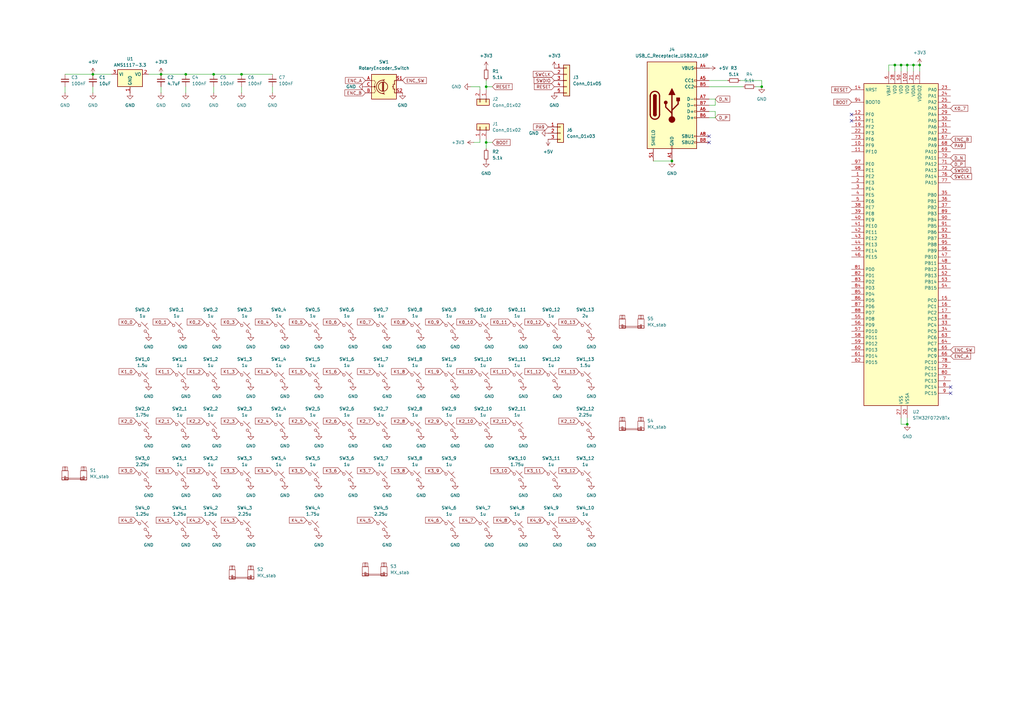
<source format=kicad_sch>
(kicad_sch (version 20231120) (generator "eeschema") (generator_version "8.0")
  (paper "A3")
  (junction (at 369.57 26.67))
  (junction (at 275.59 66.04))
  (junction (at 76.2 30.48))
  (junction (at 38.1 30.48))
  (junction (at 66.04 30.48))
  (junction (at 312.42 35.56))
  (junction (at 374.65 26.67))
  (junction (at 367.03 26.67))
  (junction (at 99.06 30.48))
  (junction (at 372.11 26.67))
  (junction (at 377.19 26.67))
  (junction (at 199.39 35.56))
  (junction (at 87.63 30.48))
  (junction (at 199.39 58.42))
  (junction (at 372.11 173.99))
  (no_connect (at 290.83 55.88))
  (no_connect (at 349.25 46.99))
  (no_connect (at 389.89 161.29))
  (no_connect (at 349.25 49.53))
  (no_connect (at 290.83 58.42))
  (no_connect (at 389.89 158.75))
  (wire (pts (xy 76.2 38.1) (xy 76.2 35.56)))
  (wire (pts (xy 196.85 58.42) (xy 194.31 58.42)))
  (wire (pts (xy 312.42 33.02) (xy 312.42 35.56)))
  (wire (pts (xy 76.2 30.48) (xy 87.63 30.48)))
  (wire (pts (xy 199.39 58.42) (xy 201.93 58.42)))
  (wire (pts (xy 290.83 45.72) (xy 293.37 45.72)))
  (wire (pts (xy 290.83 33.02) (xy 298.45 33.02)))
  (wire (pts (xy 369.57 26.67) (xy 372.11 26.67)))
  (wire (pts (xy 66.04 38.1) (xy 66.04 35.56)))
  (wire (pts (xy 369.57 29.21) (xy 369.57 26.67)))
  (wire (pts (xy 38.1 30.48) (xy 45.72 30.48)))
  (wire (pts (xy 196.85 36.83) (xy 196.85 35.56)))
  (wire (pts (xy 372.11 26.67) (xy 374.65 26.67)))
  (wire (pts (xy 377.19 26.67) (xy 377.19 29.21)))
  (wire (pts (xy 293.37 45.72) (xy 293.37 48.26)))
  (wire (pts (xy 111.76 38.1) (xy 111.76 35.56)))
  (wire (pts (xy 267.97 66.04) (xy 275.59 66.04)))
  (wire (pts (xy 374.65 29.21) (xy 374.65 26.67)))
  (wire (pts (xy 293.37 43.18) (xy 293.37 40.64)))
  (wire (pts (xy 369.57 173.99) (xy 372.11 173.99)))
  (wire (pts (xy 26.67 30.48) (xy 38.1 30.48)))
  (wire (pts (xy 303.53 33.02) (xy 312.42 33.02)))
  (wire (pts (xy 367.03 26.67) (xy 369.57 26.67)))
  (wire (pts (xy 87.63 30.48) (xy 99.06 30.48)))
  (wire (pts (xy 199.39 33.02) (xy 199.39 35.56)))
  (wire (pts (xy 196.85 57.15) (xy 196.85 58.42)))
  (wire (pts (xy 199.39 35.56) (xy 199.39 36.83)))
  (wire (pts (xy 309.88 35.56) (xy 312.42 35.56)))
  (wire (pts (xy 66.04 30.48) (xy 76.2 30.48)))
  (wire (pts (xy 369.57 171.45) (xy 369.57 173.99)))
  (wire (pts (xy 199.39 58.42) (xy 199.39 60.96)))
  (wire (pts (xy 99.06 38.1) (xy 99.06 35.56)))
  (wire (pts (xy 372.11 29.21) (xy 372.11 26.67)))
  (wire (pts (xy 87.63 38.1) (xy 87.63 35.56)))
  (wire (pts (xy 38.1 38.1) (xy 38.1 35.56)))
  (wire (pts (xy 290.83 48.26) (xy 293.37 48.26)))
  (wire (pts (xy 99.06 30.48) (xy 111.76 30.48)))
  (wire (pts (xy 60.96 30.48) (xy 66.04 30.48)))
  (wire (pts (xy 372.11 171.45) (xy 372.11 173.99)))
  (wire (pts (xy 367.03 29.21) (xy 367.03 26.67)))
  (wire (pts (xy 199.39 57.15) (xy 199.39 58.42)))
  (wire (pts (xy 26.67 38.1) (xy 26.67 35.56)))
  (wire (pts (xy 290.83 35.56) (xy 304.8 35.56)))
  (wire (pts (xy 364.49 26.67) (xy 367.03 26.67)))
  (wire (pts (xy 199.39 35.56) (xy 201.93 35.56)))
  (wire (pts (xy 374.65 26.67) (xy 377.19 26.67)))
  (wire (pts (xy 196.85 35.56) (xy 193.04 35.56)))
  (wire (pts (xy 290.83 40.64) (xy 293.37 40.64)))
  (wire (pts (xy 290.83 43.18) (xy 293.37 43.18)))
  (wire (pts (xy 364.49 29.21) (xy 364.49 26.67)))
  (global_label "BOOT" (shape input) (at 201.93 58.42 0) (property "Intersheetrefs" "${INTERSHEET_REFS}" (effects (hide yes))))
  (global_label "PA9" (shape input) (at 389.89 59.69 0) (property "Intersheetrefs" "${INTERSHEET_REFS}" (effects (hide yes))))
  (global_label "BOOT" (shape input) (at 349.25 41.91 180) (property "Intersheetrefs" "${INTERSHEET_REFS}" (effects (hide yes))))
  (global_label "SWDIO" (shape input) (at 389.89 69.85 0) (property "Intersheetrefs" "${INTERSHEET_REFS}" (effects (hide yes))))
  (global_label "K0_8" (shape input) (at 167.64 132.08 180) (property "Intersheetrefs" "${INTERSHEET_REFS}" (effects (hide yes))))
  (global_label "K2_6" (shape input) (at 139.7 172.72 180) (property "Intersheetrefs" "${INTERSHEET_REFS}" (effects (hide yes))))
  (global_label "K1_13" (shape input) (at 237.49 152.4 180) (property "Intersheetrefs" "${INTERSHEET_REFS}" (effects (hide yes))))
  (global_label "ENC_B" (shape input) (at 149.86 38.1 180) (property "Intersheetrefs" "${INTERSHEET_REFS}" (effects (hide yes))))
  (global_label "SWDIO" (shape input) (at 227.33 33.02 180) (property "Intersheetrefs" "${INTERSHEET_REFS}" (effects (hide yes))))
  (global_label "ENC_B" (shape input) (at 389.89 57.15 0) (property "Intersheetrefs" "${INTERSHEET_REFS}" (effects (hide yes))))
  (global_label "K2_3" (shape input) (at 97.79 172.72 180) (property "Intersheetrefs" "${INTERSHEET_REFS}" (effects (hide yes))))
  (global_label "K2_12" (shape input) (at 237.49 172.72 180) (property "Intersheetrefs" "${INTERSHEET_REFS}" (effects (hide yes))))
  (global_label "RESET" (shape input) (at 227.33 35.56 180) (property "Intersheetrefs" "${INTERSHEET_REFS}" (effects (hide yes))))
  (global_label "K1_4" (shape input) (at 111.76 152.4 180) (property "Intersheetrefs" "${INTERSHEET_REFS}" (effects (hide yes))))
  (global_label "K4_6" (shape input) (at 181.61 213.36 180) (property "Intersheetrefs" "${INTERSHEET_REFS}" (effects (hide yes))))
  (global_label "K4_7" (shape input) (at 195.58 213.36 180) (property "Intersheetrefs" "${INTERSHEET_REFS}" (effects (hide yes))))
  (global_label "K1_11" (shape input) (at 209.55 152.4 180) (property "Intersheetrefs" "${INTERSHEET_REFS}" (effects (hide yes))))
  (global_label "K2_11" (shape input) (at 209.55 172.72 180) (property "Intersheetrefs" "${INTERSHEET_REFS}" (effects (hide yes))))
  (global_label "K0_13" (shape input) (at 237.49 132.08 180) (property "Intersheetrefs" "${INTERSHEET_REFS}" (effects (hide yes))))
  (global_label "K0_3" (shape input) (at 97.79 132.08 180) (property "Intersheetrefs" "${INTERSHEET_REFS}" (effects (hide yes))))
  (global_label "K2_7" (shape input) (at 153.67 172.72 180) (property "Intersheetrefs" "${INTERSHEET_REFS}" (effects (hide yes))))
  (global_label "K4_2" (shape input) (at 83.82 213.36 180) (property "Intersheetrefs" "${INTERSHEET_REFS}" (effects (hide yes))))
  (global_label "K1_7" (shape input) (at 153.67 152.4 180) (property "Intersheetrefs" "${INTERSHEET_REFS}" (effects (hide yes))))
  (global_label "K4_1" (shape input) (at 71.12 213.36 180) (property "Intersheetrefs" "${INTERSHEET_REFS}" (effects (hide yes))))
  (global_label "K0_4" (shape input) (at 111.76 132.08 180) (property "Intersheetrefs" "${INTERSHEET_REFS}" (effects (hide yes))))
  (global_label "K0_0" (shape input) (at 55.88 132.08 180) (property "Intersheetrefs" "${INTERSHEET_REFS}" (effects (hide yes))))
  (global_label "K3_8" (shape input) (at 167.64 193.04 180) (property "Intersheetrefs" "${INTERSHEET_REFS}" (effects (hide yes))))
  (global_label "K2_8" (shape input) (at 167.64 172.72 180) (property "Intersheetrefs" "${INTERSHEET_REFS}" (effects (hide yes))))
  (global_label "ENC_A" (shape input) (at 389.89 146.05 0) (property "Intersheetrefs" "${INTERSHEET_REFS}" (effects (hide yes))))
  (global_label "K3_5" (shape input) (at 125.73 193.04 180) (property "Intersheetrefs" "${INTERSHEET_REFS}" (effects (hide yes))))
  (global_label "K3_0" (shape input) (at 55.88 193.04 180) (property "Intersheetrefs" "${INTERSHEET_REFS}" (effects (hide yes))))
  (global_label "K1_0" (shape input) (at 55.88 152.4 180) (property "Intersheetrefs" "${INTERSHEET_REFS}" (effects (hide yes))))
  (global_label "ENC_SW" (shape input) (at 389.89 143.51 0) (property "Intersheetrefs" "${INTERSHEET_REFS}" (effects (hide yes))))
  (global_label "K3_9" (shape input) (at 181.61 193.04 180) (property "Intersheetrefs" "${INTERSHEET_REFS}" (effects (hide yes))))
  (global_label "K1_12" (shape input) (at 223.52 152.4 180) (property "Intersheetrefs" "${INTERSHEET_REFS}" (effects (hide yes))))
  (global_label "K3_12" (shape input) (at 237.49 193.04 180) (property "Intersheetrefs" "${INTERSHEET_REFS}" (effects (hide yes))))
  (global_label "K4_10" (shape input) (at 237.49 213.36 180) (property "Intersheetrefs" "${INTERSHEET_REFS}" (effects (hide yes))))
  (global_label "K0_12" (shape input) (at 223.52 132.08 180) (property "Intersheetrefs" "${INTERSHEET_REFS}" (effects (hide yes))))
  (global_label "D_N" (shape input) (at 293.37 40.64 0) (property "Intersheetrefs" "${INTERSHEET_REFS}" (effects (hide yes))))
  (global_label "K1_3" (shape input) (at 97.79 152.4 180) (property "Intersheetrefs" "${INTERSHEET_REFS}" (effects (hide yes))))
  (global_label "K3_10" (shape input) (at 209.55 193.04 180) (property "Intersheetrefs" "${INTERSHEET_REFS}" (effects (hide yes))))
  (global_label "K1_2" (shape input) (at 83.82 152.4 180) (property "Intersheetrefs" "${INTERSHEET_REFS}" (effects (hide yes))))
  (global_label "K4_0" (shape input) (at 55.88 213.36 180) (property "Intersheetrefs" "${INTERSHEET_REFS}" (effects (hide yes))))
  (global_label "D_P" (shape input) (at 293.37 48.26 0) (property "Intersheetrefs" "${INTERSHEET_REFS}" (effects (hide yes))))
  (global_label "D_N" (shape input) (at 389.89 64.77 0) (property "Intersheetrefs" "${INTERSHEET_REFS}" (effects (hide yes))))
  (global_label "K4_4" (shape input) (at 125.73 213.36 180) (property "Intersheetrefs" "${INTERSHEET_REFS}" (effects (hide yes))))
  (global_label "K2_10" (shape input) (at 195.58 172.72 180) (property "Intersheetrefs" "${INTERSHEET_REFS}" (effects (hide yes))))
  (global_label "K0_7" (shape input) (at 153.67 132.08 180) (property "Intersheetrefs" "${INTERSHEET_REFS}" (effects (hide yes))))
  (global_label "K2_1" (shape input) (at 71.12 172.72 180) (property "Intersheetrefs" "${INTERSHEET_REFS}" (effects (hide yes))))
  (global_label "K2_5" (shape input) (at 125.73 172.72 180) (property "Intersheetrefs" "${INTERSHEET_REFS}" (effects (hide yes))))
  (global_label "K3_2" (shape input) (at 83.82 193.04 180) (property "Intersheetrefs" "${INTERSHEET_REFS}" (effects (hide yes))))
  (global_label "K3_1" (shape input) (at 71.12 193.04 180) (property "Intersheetrefs" "${INTERSHEET_REFS}" (effects (hide yes))))
  (global_label "K1_1" (shape input) (at 71.12 152.4 180) (property "Intersheetrefs" "${INTERSHEET_REFS}" (effects (hide yes))))
  (global_label "RESET" (shape input) (at 349.25 36.83 180) (property "Intersheetrefs" "${INTERSHEET_REFS}" (effects (hide yes))))
  (global_label "K0_7" (shape input) (at 389.89 44.45 0) (property "Intersheetrefs" "${INTERSHEET_REFS}" (effects (hide yes))))
  (global_label "SWCLK" (shape input) (at 227.33 30.48 180) (property "Intersheetrefs" "${INTERSHEET_REFS}" (effects (hide yes))))
  (global_label "RESET" (shape input) (at 201.93 35.56 0) (property "Intersheetrefs" "${INTERSHEET_REFS}" (effects (hide yes))))
  (global_label "K3_7" (shape input) (at 153.67 193.04 180) (property "Intersheetrefs" "${INTERSHEET_REFS}" (effects (hide yes))))
  (global_label "K0_10" (shape input) (at 195.58 132.08 180) (property "Intersheetrefs" "${INTERSHEET_REFS}" (effects (hide yes))))
  (global_label "K1_6" (shape input) (at 139.7 152.4 180) (property "Intersheetrefs" "${INTERSHEET_REFS}" (effects (hide yes))))
  (global_label "K4_9" (shape input) (at 223.52 213.36 180) (property "Intersheetrefs" "${INTERSHEET_REFS}" (effects (hide yes))))
  (global_label "K3_11" (shape input) (at 223.52 193.04 180) (property "Intersheetrefs" "${INTERSHEET_REFS}" (effects (hide yes))))
  (global_label "K0_11" (shape input) (at 209.55 132.08 180) (property "Intersheetrefs" "${INTERSHEET_REFS}" (effects (hide yes))))
  (global_label "K2_0" (shape input) (at 55.88 172.72 180) (property "Intersheetrefs" "${INTERSHEET_REFS}" (effects (hide yes))))
  (global_label "ENC_A" (shape input) (at 149.86 33.02 180) (property "Intersheetrefs" "${INTERSHEET_REFS}" (effects (hide yes))))
  (global_label "K0_2" (shape input) (at 83.82 132.08 180) (property "Intersheetrefs" "${INTERSHEET_REFS}" (effects (hide yes))))
  (global_label "K4_8" (shape input) (at 209.55 213.36 180) (property "Intersheetrefs" "${INTERSHEET_REFS}" (effects (hide yes))))
  (global_label "K0_9" (shape input) (at 181.61 132.08 180) (property "Intersheetrefs" "${INTERSHEET_REFS}" (effects (hide yes))))
  (global_label "ENC_SW" (shape input) (at 165.1 33.02 0) (property "Intersheetrefs" "${INTERSHEET_REFS}" (effects (hide yes))))
  (global_label "K0_1" (shape input) (at 69.85 132.08 180) (property "Intersheetrefs" "${INTERSHEET_REFS}" (effects (hide yes))))
  (global_label "K2_2" (shape input) (at 83.82 172.72 180) (property "Intersheetrefs" "${INTERSHEET_REFS}" (effects (hide yes))))
  (global_label "K4_3" (shape input) (at 97.79 213.36 180) (property "Intersheetrefs" "${INTERSHEET_REFS}" (effects (hide yes))))
  (global_label "K3_6" (shape input) (at 139.7 193.04 180) (property "Intersheetrefs" "${INTERSHEET_REFS}" (effects (hide yes))))
  (global_label "K1_8" (shape input) (at 167.64 152.4 180) (property "Intersheetrefs" "${INTERSHEET_REFS}" (effects (hide yes))))
  (global_label "K2_9" (shape input) (at 181.61 172.72 180) (property "Intersheetrefs" "${INTERSHEET_REFS}" (effects (hide yes))))
  (global_label "K0_6" (shape input) (at 139.7 132.08 180) (property "Intersheetrefs" "${INTERSHEET_REFS}" (effects (hide yes))))
  (global_label "K3_4" (shape input) (at 111.76 193.04 180) (property "Intersheetrefs" "${INTERSHEET_REFS}" (effects (hide yes))))
  (global_label "K3_3" (shape input) (at 97.79 193.04 180) (property "Intersheetrefs" "${INTERSHEET_REFS}" (effects (hide yes))))
  (global_label "PA9" (shape input) (at 224.79 52.07 180) (property "Intersheetrefs" "${INTERSHEET_REFS}" (effects (hide yes))))
  (global_label "K4_5" (shape input) (at 153.67 213.36 180) (property "Intersheetrefs" "${INTERSHEET_REFS}" (effects (hide yes))))
  (global_label "D_P" (shape input) (at 389.89 67.31 0) (property "Intersheetrefs" "${INTERSHEET_REFS}" (effects (hide yes))))
  (global_label "K1_9" (shape input) (at 181.61 152.4 180) (property "Intersheetrefs" "${INTERSHEET_REFS}" (effects (hide yes))))
  (global_label "K0_5" (shape input) (at 125.73 132.08 180) (property "Intersheetrefs" "${INTERSHEET_REFS}" (effects (hide yes))))
  (global_label "SWCLK" (shape input) (at 389.89 72.39 0) (property "Intersheetrefs" "${INTERSHEET_REFS}" (effects (hide yes))))
  (global_label "K2_4" (shape input) (at 111.76 172.72 180) (property "Intersheetrefs" "${INTERSHEET_REFS}" (effects (hide yes))))
  (global_label "K1_10" (shape input) (at 195.58 152.4 180) (property "Intersheetrefs" "${INTERSHEET_REFS}" (effects (hide yes))))
  (global_label "K1_5" (shape input) (at 125.73 152.4 180) (property "Intersheetrefs" "${INTERSHEET_REFS}" (effects (hide yes))))
  (symbol (lib_id "PCM_marbastlib-mx:MX_SW_HS_CPG151101S11") (at 226.06 154.94 0) (unit 1)
    (property "Reference" "SW1_12" (at 226.06 147.32 0))
    (property "Value" "1u" (at 226.06 149.86 0))
    (property "Footprint" "PCM_marbastlib-mx:SW_MX_HS_CPG151101S11_1u" (effects (hide yes)))
    (property "Description" "Push button switch, normally open, two pins, 45° tilted, Kailh CPG151101S11 for Cherry MX style switches" (effects (hide yes)))
  )
  (symbol (lib_id "power:GND") (at 214.63 157.48 0) (unit 1)
    (property "Reference" "#PWR051" (effects (hide yes)))
    (property "Value" "GND" (at 214.63 162.56 0))
    (property "Description" "Power symbol creates a global label with name \"GND\" , ground" (effects (hide yes)))
  )
  (symbol (lib_id "PCM_marbastlib-mx:MX_SW_HS_CPG151101S11") (at 240.03 134.62 0) (unit 1)
    (property "Reference" "SW0_13" (at 240.03 127 0))
    (property "Value" "2u" (at 240.03 129.54 0))
    (property "Footprint" "PCM_marbastlib-mx:SW_MX_HS_CPG151101S11_1u" (effects (hide yes)))
    (property "Description" "Push button switch, normally open, two pins, 45° tilted, Kailh CPG151101S11 for Cherry MX style switches" (effects (hide yes)))
  )
  (symbol (lib_id "power:GND") (at 38.1 38.1 0) (unit 1)
    (property "Reference" "#PWR08" (effects (hide yes)))
    (property "Value" "GND" (at 38.1 43.18 0))
    (property "Description" "Power symbol creates a global label with name \"GND\" , ground" (effects (hide yes)))
  )
  (symbol (lib_id "power:GND") (at 372.11 173.99 0) (unit 1)
    (property "Reference" "#PWR025" (effects (hide yes)))
    (property "Value" "GND" (at 372.11 179.07 0))
    (property "Description" "Power symbol creates a global label with name \"GND\" , ground" (effects (hide yes)))
  )
  (symbol (lib_id "Device:C_Small") (at 38.1 33.02 0) (unit 1)
    (property "Reference" "C1" (at 40.64 31.7562 0) (effects (justify left)))
    (property "Value" "10uF" (at 40.64 34.2962 0) (effects (justify left)))
    (property "Footprint" "Capacitor_SMD:C_0603_1608Metric" (effects (hide yes)))
    (property "Description" "Unpolarized capacitor, small symbol" (effects (hide yes)))
  )
  (symbol (lib_id "PCM_marbastlib-mx:MX_SW_HS_CPG151101S11") (at 156.21 195.58 0) (unit 1)
    (property "Reference" "SW3_7" (at 156.21 187.96 0))
    (property "Value" "1u" (at 156.21 190.5 0))
    (property "Footprint" "PCM_marbastlib-mx:SW_MX_HS_CPG151101S11_1u" (effects (hide yes)))
    (property "Description" "Push button switch, normally open, two pins, 45° tilted, Kailh CPG151101S11 for Cherry MX style switches" (effects (hide yes)))
  )
  (symbol (lib_id "PCM_marbastlib-mx:MX_SW_HS_CPG151101S11") (at 100.33 175.26 0) (unit 1)
    (property "Reference" "SW2_3" (at 100.33 167.64 0))
    (property "Value" "1u" (at 100.33 170.18 0))
    (property "Footprint" "PCM_marbastlib-mx:SW_MX_HS_CPG151101S11_1u" (effects (hide yes)))
    (property "Description" "Push button switch, normally open, two pins, 45° tilted, Kailh CPG151101S11 for Cherry MX style switches" (effects (hide yes)))
  )
  (symbol (lib_id "power:GND") (at 88.9 137.16 0) (unit 1)
    (property "Reference" "#PWR028" (effects (hide yes)))
    (property "Value" "GND" (at 88.9 142.24 0))
    (property "Description" "Power symbol creates a global label with name \"GND\" , ground" (effects (hide yes)))
  )
  (symbol (lib_id "power:GND") (at 172.72 157.48 0) (unit 1)
    (property "Reference" "#PWR048" (effects (hide yes)))
    (property "Value" "GND" (at 172.72 162.56 0))
    (property "Description" "Power symbol creates a global label with name \"GND\" , ground" (effects (hide yes)))
  )
  (symbol (lib_id "Device:C_Small") (at 111.76 33.02 0) (unit 1)
    (property "Reference" "C7" (at 114.3 31.7562 0) (effects (justify left)))
    (property "Value" "100nF" (at 114.3 34.2962 0) (effects (justify left)))
    (property "Footprint" "Capacitor_SMD:C_0603_1608Metric" (effects (hide yes)))
    (property "Description" "Unpolarized capacitor, small symbol" (effects (hide yes)))
  )
  (symbol (lib_id "Device:R_Small") (at 199.39 63.5 0) (unit 1)
    (property "Reference" "R2" (at 201.93 62.2299 0) (effects (justify left)))
    (property "Value" "5.1k" (at 201.93 64.7699 0) (effects (justify left)))
    (property "Footprint" "Resistor_SMD:R_0603_1608Metric" (effects (hide yes)))
    (property "Description" "Resistor, small symbol" (effects (hide yes)))
  )
  (symbol (lib_id "PCM_marbastlib-mx:MX_stab") (at 259.08 173.99 0) (unit 1)
    (property "Reference" "S4" (at 265.43 172.5929 0) (effects (justify left)))
    (property "Value" "MX_stab" (at 265.43 175.1329 0) (effects (justify left)))
    (property "Footprint" "PCM_marbastlib-mx:STAB_MX_P_2.25u" (effects (hide yes)))
    (property "Description" "Cherry MX-style stabilizer" (effects (hide yes)))
  )
  (symbol (lib_id "power:GND") (at 102.87 218.44 0) (unit 1)
    (property "Reference" "#PWR083" (effects (hide yes)))
    (property "Value" "GND" (at 102.87 223.52 0))
    (property "Description" "Power symbol creates a global label with name \"GND\" , ground" (effects (hide yes)))
  )
  (symbol (lib_id "power:GND") (at 214.63 218.44 0) (unit 1)
    (property "Reference" "#PWR088" (effects (hide yes)))
    (property "Value" "GND" (at 214.63 223.52 0))
    (property "Description" "Power symbol creates a global label with name \"GND\" , ground" (effects (hide yes)))
  )
  (symbol (lib_id "PCM_marbastlib-mx:MX_SW_HS_CPG151101S11") (at 240.03 154.94 0) (unit 1)
    (property "Reference" "SW1_13" (at 240.03 147.32 0))
    (property "Value" "1.5u" (at 240.03 149.86 0))
    (property "Footprint" "PCM_marbastlib-mx:SW_MX_HS_CPG151101S11_1.5u" (effects (hide yes)))
    (property "Description" "Push button switch, normally open, two pins, 45° tilted, Kailh CPG151101S11 for Cherry MX style switches" (effects (hide yes)))
  )
  (symbol (lib_id "PCM_marbastlib-mx:MX_SW_HS_CPG151101S11") (at 128.27 154.94 0) (unit 1)
    (property "Reference" "SW1_5" (at 128.27 147.32 0))
    (property "Value" "1u" (at 128.27 149.86 0))
    (property "Footprint" "PCM_marbastlib-mx:SW_MX_HS_CPG151101S11_1u" (effects (hide yes)))
    (property "Description" "Push button switch, normally open, two pins, 45° tilted, Kailh CPG151101S11 for Cherry MX style switches" (effects (hide yes)))
  )
  (symbol (lib_id "Regulator_Linear:AMS1117-3.3") (at 53.34 30.48 0) (unit 1)
    (property "Reference" "U1" (at 53.34 24.13 0))
    (property "Value" "AMS1117-3.3" (at 53.34 26.67 0))
    (property "Footprint" "Package_TO_SOT_SMD:SOT-223-3_TabPin2" (effects (hide yes)))
    (property "Datasheet" "http://www.advanced-monolithic.com/pdf/ds1117.pdf" (effects (hide yes)))
    (property "Description" "1A Low Dropout regulator, positive, 3.3V fixed output, SOT-223" (effects (hide yes)))
  )
  (symbol (lib_id "Connector_Generic:Conn_01x05") (at 232.41 33.02 0) (unit 1)
    (property "Reference" "J3" (at 234.95 31.7499 0) (effects (justify left)))
    (property "Value" "Conn_01x05" (at 234.95 34.2899 0) (effects (justify left)))
    (property "Footprint" "Connector_PinHeader_2.54mm:PinHeader_1x05_P2.54mm_Vertical" (effects (hide yes)))
    (property "Description" "Generic connector, single row, 01x05, script generated (kicad-library-utils/schlib/autogen/connector/)" (effects (hide yes)))
  )
  (symbol (lib_id "power:GND") (at 172.72 137.16 0) (unit 1)
    (property "Reference" "#PWR034" (effects (hide yes)))
    (property "Value" "GND" (at 172.72 142.24 0))
    (property "Description" "Power symbol creates a global label with name \"GND\" , ground" (effects (hide yes)))
  )
  (symbol (lib_id "power:GND") (at 186.69 157.48 0) (unit 1)
    (property "Reference" "#PWR049" (effects (hide yes)))
    (property "Value" "GND" (at 186.69 162.56 0))
    (property "Description" "Power symbol creates a global label with name \"GND\" , ground" (effects (hide yes)))
  )
  (symbol (lib_id "PCM_marbastlib-mx:MX_SW_HS_CPG151101S11") (at 73.66 154.94 0) (unit 1)
    (property "Reference" "SW1_1" (at 73.66 147.32 0))
    (property "Value" "1u" (at 73.66 149.86 0))
    (property "Footprint" "PCM_marbastlib-mx:SW_MX_HS_CPG151101S11_1u" (effects (hide yes)))
    (property "Description" "Push button switch, normally open, two pins, 45° tilted, Kailh CPG151101S11 for Cherry MX style switches" (effects (hide yes)))
  )
  (symbol (lib_id "PCM_marbastlib-mx:MX_SW_HS_CPG151101S11") (at 156.21 175.26 0) (unit 1)
    (property "Reference" "SW2_7" (at 156.21 167.64 0))
    (property "Value" "1u" (at 156.21 170.18 0))
    (property "Footprint" "PCM_marbastlib-mx:SW_MX_HS_CPG151101S11_1u" (effects (hide yes)))
    (property "Description" "Push button switch, normally open, two pins, 45° tilted, Kailh CPG151101S11 for Cherry MX style switches" (effects (hide yes)))
  )
  (symbol (lib_id "PCM_marbastlib-mx:MX_SW_HS_CPG151101S11") (at 58.42 215.9 0) (unit 1)
    (property "Reference" "SW4_0" (at 58.42 208.28 0))
    (property "Value" "1.25u" (at 58.42 210.82 0))
    (property "Footprint" "PCM_marbastlib-mx:SW_MX_HS_CPG151101S11_1.25u" (effects (hide yes)))
    (property "Description" "Push button switch, normally open, two pins, 45° tilted, Kailh CPG151101S11 for Cherry MX style switches" (effects (hide yes)))
  )
  (symbol (lib_id "power:GND") (at 60.96 198.12 0) (unit 1)
    (property "Reference" "#PWR067" (effects (hide yes)))
    (property "Value" "GND" (at 60.96 203.2 0))
    (property "Description" "Power symbol creates a global label with name \"GND\" , ground" (effects (hide yes)))
  )
  (symbol (lib_id "PCM_marbastlib-mx:MX_SW_HS_CPG151101S11") (at 58.42 175.26 0) (unit 1)
    (property "Reference" "SW2_0" (at 58.42 167.64 0))
    (property "Value" "1.75u" (at 58.42 170.18 0))
    (property "Footprint" "PCM_marbastlib-mx:SW_MX_HS_CPG151101S11_1.75u" (effects (hide yes)))
    (property "Description" "Push button switch, normally open, two pins, 45° tilted, Kailh CPG151101S11 for Cherry MX style switches" (effects (hide yes)))
  )
  (symbol (lib_id "power:GND") (at 144.78 198.12 0) (unit 1)
    (property "Reference" "#PWR073" (effects (hide yes)))
    (property "Value" "GND" (at 144.78 203.2 0))
    (property "Description" "Power symbol creates a global label with name \"GND\" , ground" (effects (hide yes)))
  )
  (symbol (lib_id "power:+3V3") (at 194.31 58.42 90) (unit 1)
    (property "Reference" "#PWR019" (effects (hide yes)))
    (property "Value" "+3V3" (at 190.5 58.4199 90) (effects (justify left)))
    (property "Description" "Power symbol creates a global label with name \"+3V3\"" (effects (hide yes)))
  )
  (symbol (lib_id "power:GND") (at 224.79 54.61 270) (unit 1)
    (property "Reference" "#PWR013" (effects (hide yes)))
    (property "Value" "GND" (at 220.98 54.6099 90) (effects (justify right)))
    (property "Description" "Power symbol creates a global label with name \"GND\" , ground" (effects (hide yes)))
  )
  (symbol (lib_id "Connector_Generic:Conn_01x03") (at 229.87 54.61 0) (unit 1)
    (property "Reference" "J6" (at 232.41 53.3399 0) (effects (justify left)))
    (property "Value" "Conn_01x03" (at 232.41 55.8799 0) (effects (justify left)))
    (property "Footprint" "Connector_PinHeader_2.54mm:PinHeader_1x03_P2.54mm_Vertical" (effects (hide yes)))
    (property "Description" "Generic connector, single row, 01x03, script generated (kicad-library-utils/schlib/autogen/connector/)" (effects (hide yes)))
  )
  (symbol (lib_id "power:GND") (at 158.75 137.16 0) (unit 1)
    (property "Reference" "#PWR033" (effects (hide yes)))
    (property "Value" "GND" (at 158.75 142.24 0))
    (property "Description" "Power symbol creates a global label with name \"GND\" , ground" (effects (hide yes)))
  )
  (symbol (lib_id "PCM_marbastlib-mx:MX_stab") (at 259.08 132.08 0) (unit 1)
    (property "Reference" "S5" (at 265.43 130.6829 0) (effects (justify left)))
    (property "Value" "MX_stab" (at 265.43 133.2229 0) (effects (justify left)))
    (property "Footprint" "PCM_marbastlib-mx:STAB_MX_P_2u" (effects (hide yes)))
    (property "Description" "Cherry MX-style stabilizer" (effects (hide yes)))
  )
  (symbol (lib_id "power:GND") (at 228.6 157.48 0) (unit 1)
    (property "Reference" "#PWR052" (effects (hide yes)))
    (property "Value" "GND" (at 228.6 162.56 0))
    (property "Description" "Power symbol creates a global label with name \"GND\" , ground" (effects (hide yes)))
  )
  (symbol (lib_id "power:GND") (at 102.87 177.8 0) (unit 1)
    (property "Reference" "#PWR057" (effects (hide yes)))
    (property "Value" "GND" (at 102.87 182.88 0))
    (property "Description" "Power symbol creates a global label with name \"GND\" , ground" (effects (hide yes)))
  )
  (symbol (lib_id "PCM_marbastlib-mx:MX_SW_HS_CPG151101S11") (at 114.3 134.62 0) (unit 1)
    (property "Reference" "SW0_4" (at 114.3 127 0))
    (property "Value" "1u" (at 114.3 129.54 0))
    (property "Footprint" "PCM_marbastlib-mx:SW_MX_HS_CPG151101S11_1u" (effects (hide yes)))
    (property "Description" "Push button switch, normally open, two pins, 45° tilted, Kailh CPG151101S11 for Cherry MX style switches" (effects (hide yes)))
  )
  (symbol (lib_id "PCM_marbastlib-mx:MX_SW_HS_CPG151101S11") (at 240.03 195.58 0) (unit 1)
    (property "Reference" "SW3_12" (at 240.03 187.96 0))
    (property "Value" "1u" (at 240.03 190.5 0))
    (property "Footprint" "PCM_marbastlib-mx:SW_MX_HS_CPG151101S11_1u" (effects (hide yes)))
    (property "Description" "Push button switch, normally open, two pins, 45° tilted, Kailh CPG151101S11 for Cherry MX style switches" (effects (hide yes)))
  )
  (symbol (lib_id "Connector_Generic:Conn_01x02") (at 196.85 52.07 90) (unit 1)
    (property "Reference" "J1" (at 201.93 50.7999 90) (effects (justify right)))
    (property "Value" "Conn_01x02" (at 201.93 53.3399 90) (effects (justify right)))
    (property "Footprint" "Connector_PinHeader_2.54mm:PinHeader_1x02_P2.54mm_Vertical" (effects (hide yes)))
    (property "Description" "Generic connector, single row, 01x02, script generated (kicad-library-utils/schlib/autogen/connector/)" (effects (hide yes)))
  )
  (symbol (lib_id "power:GND") (at 76.2 38.1 0) (unit 1)
    (property "Reference" "#PWR05" (effects (hide yes)))
    (property "Value" "GND" (at 76.2 43.18 0))
    (property "Description" "Power symbol creates a global label with name \"GND\" , ground" (effects (hide yes)))
  )
  (symbol (lib_id "PCM_marbastlib-mx:MX_SW_HS_CPG151101S11") (at 156.21 215.9 0) (unit 1)
    (property "Reference" "SW4_5" (at 156.21 208.28 0))
    (property "Value" "2.25u" (at 156.21 210.82 0))
    (property "Footprint" "PCM_marbastlib-mx:SW_MX_HS_CPG151101S11_1u" (effects (hide yes)))
    (property "Description" "Push button switch, normally open, two pins, 45° tilted, Kailh CPG151101S11 for Cherry MX style switches" (effects (hide yes)))
  )
  (symbol (lib_id "PCM_marbastlib-mx:MX_SW_HS_CPG151101S11") (at 142.24 134.62 0) (unit 1)
    (property "Reference" "SW0_6" (at 142.24 127 0))
    (property "Value" "1u" (at 142.24 129.54 0))
    (property "Footprint" "PCM_marbastlib-mx:SW_MX_HS_CPG151101S11_1u" (effects (hide yes)))
    (property "Description" "Push button switch, normally open, two pins, 45° tilted, Kailh CPG151101S11 for Cherry MX style switches" (effects (hide yes)))
  )
  (symbol (lib_id "power:GND") (at 66.04 38.1 0) (unit 1)
    (property "Reference" "#PWR04" (effects (hide yes)))
    (property "Value" "GND" (at 66.04 43.18 0))
    (property "Description" "Power symbol creates a global label with name \"GND\" , ground" (effects (hide yes)))
  )
  (symbol (lib_id "PCM_marbastlib-mx:MX_SW_HS_CPG151101S11") (at 73.66 195.58 0) (unit 1)
    (property "Reference" "SW3_1" (at 73.66 187.96 0))
    (property "Value" "1u" (at 73.66 190.5 0))
    (property "Footprint" "PCM_marbastlib-mx:SW_MX_HS_CPG151101S11_1u" (effects (hide yes)))
    (property "Description" "Push button switch, normally open, two pins, 45° tilted, Kailh CPG151101S11 for Cherry MX style switches" (effects (hide yes)))
  )
  (symbol (lib_id "power:GND") (at 60.96 177.8 0) (unit 1)
    (property "Reference" "#PWR054" (effects (hide yes)))
    (property "Value" "GND" (at 60.96 182.88 0))
    (property "Description" "Power symbol creates a global label with name \"GND\" , ground" (effects (hide yes)))
  )
  (symbol (lib_id "PCM_marbastlib-mx:MX_SW_HS_CPG151101S11") (at 73.66 175.26 0) (unit 1)
    (property "Reference" "SW2_1" (at 73.66 167.64 0))
    (property "Value" "1u" (at 73.66 170.18 0))
    (property "Footprint" "PCM_marbastlib-mx:SW_MX_HS_CPG151101S11_1u" (effects (hide yes)))
    (property "Description" "Push button switch, normally open, two pins, 45° tilted, Kailh CPG151101S11 for Cherry MX style switches" (effects (hide yes)))
  )
  (symbol (lib_id "PCM_marbastlib-mx:MX_SW_HS_CPG151101S11") (at 86.36 195.58 0) (unit 1)
    (property "Reference" "SW3_2" (at 86.36 187.96 0))
    (property "Value" "1u" (at 86.36 190.5 0))
    (property "Footprint" "PCM_marbastlib-mx:SW_MX_HS_CPG151101S11_1u" (effects (hide yes)))
    (property "Description" "Push button switch, normally open, two pins, 45° tilted, Kailh CPG151101S11 for Cherry MX style switches" (effects (hide yes)))
  )
  (symbol (lib_id "PCM_marbastlib-mx:MX_SW_HS_CPG151101S11") (at 184.15 195.58 0) (unit 1)
    (property "Reference" "SW3_9" (at 184.15 187.96 0))
    (property "Value" "1u" (at 184.15 190.5 0))
    (property "Footprint" "PCM_marbastlib-mx:SW_MX_HS_CPG151101S11_1u" (effects (hide yes)))
    (property "Description" "Push button switch, normally open, two pins, 45° tilted, Kailh CPG151101S11 for Cherry MX style switches" (effects (hide yes)))
  )
  (symbol (lib_id "PCM_marbastlib-mx:MX_SW_HS_CPG151101S11") (at 212.09 215.9 0) (unit 1)
    (property "Reference" "SW4_8" (at 212.09 208.28 0))
    (property "Value" "1u" (at 212.09 210.82 0))
    (property "Footprint" "PCM_marbastlib-mx:SW_MX_HS_CPG151101S11_1u" (effects (hide yes)))
    (property "Description" "Push button switch, normally open, two pins, 45° tilted, Kailh CPG151101S11 for Cherry MX style switches" (effects (hide yes)))
  )
  (symbol (lib_id "PCM_marbastlib-mx:MX_SW_HS_CPG151101S11") (at 73.66 215.9 0) (unit 1)
    (property "Reference" "SW4_1" (at 73.66 208.28 0))
    (property "Value" "1.25u" (at 73.66 210.82 0))
    (property "Footprint" "PCM_marbastlib-mx:SW_MX_HS_CPG151101S11_1.25u" (effects (hide yes)))
    (property "Description" "Push button switch, normally open, two pins, 45° tilted, Kailh CPG151101S11 for Cherry MX style switches" (effects (hide yes)))
  )
  (symbol (lib_id "PCM_marbastlib-mx:MX_SW_HS_CPG151101S11") (at 198.12 154.94 0) (unit 1)
    (property "Reference" "SW1_10" (at 198.12 147.32 0))
    (property "Value" "1u" (at 198.12 149.86 0))
    (property "Footprint" "PCM_marbastlib-mx:SW_MX_HS_CPG151101S11_1u" (effects (hide yes)))
    (property "Description" "Push button switch, normally open, two pins, 45° tilted, Kailh CPG151101S11 for Cherry MX style switches" (effects (hide yes)))
  )
  (symbol (lib_id "PCM_marbastlib-mx:MX_SW_HS_CPG151101S11") (at 58.42 195.58 0) (unit 1)
    (property "Reference" "SW3_0" (at 58.42 187.96 0))
    (property "Value" "2.25u" (at 58.42 190.5 0))
    (property "Footprint" "PCM_marbastlib-mx:SW_MX_HS_CPG151101S11_1u" (effects (hide yes)))
    (property "Description" "Push button switch, normally open, two pins, 45° tilted, Kailh CPG151101S11 for Cherry MX style switches" (effects (hide yes)))
  )
  (symbol (lib_id "power:GND") (at 158.75 157.48 0) (unit 1)
    (property "Reference" "#PWR047" (effects (hide yes)))
    (property "Value" "GND" (at 158.75 162.56 0))
    (property "Description" "Power symbol creates a global label with name \"GND\" , ground" (effects (hide yes)))
  )
  (symbol (lib_id "power:GND") (at 60.96 157.48 0) (unit 1)
    (property "Reference" "#PWR040" (effects (hide yes)))
    (property "Value" "GND" (at 60.96 162.56 0))
    (property "Description" "Power symbol creates a global label with name \"GND\" , ground" (effects (hide yes)))
  )
  (symbol (lib_id "power:GND") (at 214.63 177.8 0) (unit 1)
    (property "Reference" "#PWR065" (effects (hide yes)))
    (property "Value" "GND" (at 214.63 182.88 0))
    (property "Description" "Power symbol creates a global label with name \"GND\" , ground" (effects (hide yes)))
  )
  (symbol (lib_id "power:GND") (at 87.63 38.1 0) (unit 1)
    (property "Reference" "#PWR06" (effects (hide yes)))
    (property "Value" "GND" (at 87.63 43.18 0))
    (property "Description" "Power symbol creates a global label with name \"GND\" , ground" (effects (hide yes)))
  )
  (symbol (lib_id "power:GND") (at 200.66 177.8 0) (unit 1)
    (property "Reference" "#PWR064" (effects (hide yes)))
    (property "Value" "GND" (at 200.66 182.88 0))
    (property "Description" "Power symbol creates a global label with name \"GND\" , ground" (effects (hide yes)))
  )
  (symbol (lib_id "power:GND") (at 144.78 137.16 0) (unit 1)
    (property "Reference" "#PWR032" (effects (hide yes)))
    (property "Value" "GND" (at 144.78 142.24 0))
    (property "Description" "Power symbol creates a global label with name \"GND\" , ground" (effects (hide yes)))
  )
  (symbol (lib_id "Connector:USB_C_Receptacle_USB2.0_16P") (at 275.59 43.18 0) (unit 1)
    (property "Reference" "J4" (at 275.59 20.32 0))
    (property "Value" "USB_C_Receptacle_USB2.0_16P" (at 275.59 22.86 0))
    (property "Footprint" "Connector_USB:USB_C_Receptacle_GCT_USB4085" (effects (hide yes)))
    (property "Datasheet" "https://www.usb.org/sites/default/files/documents/usb_type-c.zip" (effects (hide yes)))
    (property "Description" "USB 2.0-only 16P Type-C Receptacle connector" (effects (hide yes)))
  )
  (symbol (lib_id "power:GND") (at 102.87 198.12 0) (unit 1)
    (property "Reference" "#PWR070" (effects (hide yes)))
    (property "Value" "GND" (at 102.87 203.2 0))
    (property "Description" "Power symbol creates a global label with name \"GND\" , ground" (effects (hide yes)))
  )
  (symbol (lib_id "PCM_marbastlib-mx:MX_SW_HS_CPG151101S11") (at 142.24 154.94 0) (unit 1)
    (property "Reference" "SW1_6" (at 142.24 147.32 0))
    (property "Value" "1u" (at 142.24 149.86 0))
    (property "Footprint" "PCM_marbastlib-mx:SW_MX_HS_CPG151101S11_1u" (effects (hide yes)))
    (property "Description" "Push button switch, normally open, two pins, 45° tilted, Kailh CPG151101S11 for Cherry MX style switches" (effects (hide yes)))
  )
  (symbol (lib_id "power:GND") (at 144.78 177.8 0) (unit 1)
    (property "Reference" "#PWR060" (effects (hide yes)))
    (property "Value" "GND" (at 144.78 182.88 0))
    (property "Description" "Power symbol creates a global label with name \"GND\" , ground" (effects (hide yes)))
  )
  (symbol (lib_id "power:GND") (at 200.66 218.44 0) (unit 1)
    (property "Reference" "#PWR087" (effects (hide yes)))
    (property "Value" "GND" (at 200.66 223.52 0))
    (property "Description" "Power symbol creates a global label with name \"GND\" , ground" (effects (hide yes)))
  )
  (symbol (lib_id "PCM_marbastlib-mx:MX_SW_HS_CPG151101S11") (at 128.27 175.26 0) (unit 1)
    (property "Reference" "SW2_5" (at 128.27 167.64 0))
    (property "Value" "1u" (at 128.27 170.18 0))
    (property "Footprint" "PCM_marbastlib-mx:SW_MX_HS_CPG151101S11_1u" (effects (hide yes)))
    (property "Description" "Push button switch, normally open, two pins, 45° tilted, Kailh CPG151101S11 for Cherry MX style switches" (effects (hide yes)))
  )
  (symbol (lib_id "PCM_marbastlib-mx:MX_SW_HS_CPG151101S11") (at 100.33 215.9 0) (unit 1)
    (property "Reference" "SW4_3" (at 100.33 208.28 0))
    (property "Value" "2.25u" (at 100.33 210.82 0))
    (property "Footprint" "PCM_marbastlib-mx:SW_MX_HS_CPG151101S11_1u" (effects (hide yes)))
    (property "Description" "Push button switch, normally open, two pins, 45° tilted, Kailh CPG151101S11 for Cherry MX style switches" (effects (hide yes)))
  )
  (symbol (lib_id "Device:R_Small") (at 199.39 30.48 0) (unit 1)
    (property "Reference" "R1" (at 201.93 29.2099 0) (effects (justify left)))
    (property "Value" "5.1k" (at 201.93 31.7499 0) (effects (justify left)))
    (property "Footprint" "Resistor_SMD:R_0603_1608Metric" (effects (hide yes)))
    (property "Description" "Resistor, small symbol" (effects (hide yes)))
  )
  (symbol (lib_id "PCM_marbastlib-mx:MX_SW_HS_CPG151101S11") (at 198.12 175.26 0) (unit 1)
    (property "Reference" "SW2_10" (at 198.12 167.64 0))
    (property "Value" "1u" (at 198.12 170.18 0))
    (property "Footprint" "PCM_marbastlib-mx:SW_MX_HS_CPG151101S11_1u" (effects (hide yes)))
    (property "Description" "Push button switch, normally open, two pins, 45° tilted, Kailh CPG151101S11 for Cherry MX style switches" (effects (hide yes)))
  )
  (symbol (lib_id "power:GND") (at 275.59 66.04 0) (unit 1)
    (property "Reference" "#PWR022" (effects (hide yes)))
    (property "Value" "GND" (at 275.59 71.12 0))
    (property "Description" "Power symbol creates a global label with name \"GND\" , ground" (effects (hide yes)))
  )
  (symbol (lib_id "power:GND") (at 149.86 35.56 270) (unit 1)
    (property "Reference" "#PWR011" (effects (hide yes)))
    (property "Value" "GND" (at 146.05 35.5599 90) (effects (justify right)))
    (property "Description" "Power symbol creates a global label with name \"GND\" , ground" (effects (hide yes)))
  )
  (symbol (lib_id "PCM_marbastlib-mx:MX_SW_HS_CPG151101S11") (at 212.09 195.58 0) (unit 1)
    (property "Reference" "SW3_10" (at 212.09 187.96 0))
    (property "Value" "1.75u" (at 212.09 190.5 0))
    (property "Footprint" "PCM_marbastlib-mx:SW_MX_HS_CPG151101S11_1.75u" (effects (hide yes)))
    (property "Description" "Push button switch, normally open, two pins, 45° tilted, Kailh CPG151101S11 for Cherry MX style switches" (effects (hide yes)))
  )
  (symbol (lib_id "power:GND") (at 99.06 38.1 0) (unit 1)
    (property "Reference" "#PWR07" (effects (hide yes)))
    (property "Value" "GND" (at 99.06 43.18 0))
    (property "Description" "Power symbol creates a global label with name \"GND\" , ground" (effects (hide yes)))
  )
  (symbol (lib_id "power:GND") (at 53.34 38.1 0) (unit 1)
    (property "Reference" "#PWR03" (effects (hide yes)))
    (property "Value" "GND" (at 53.34 43.18 0))
    (property "Description" "Power symbol creates a global label with name \"GND\" , ground" (effects (hide yes)))
  )
  (symbol (lib_id "PCM_marbastlib-mx:MX_SW_HS_CPG151101S11") (at 58.42 134.62 0) (unit 1)
    (property "Reference" "SW0_0" (at 58.42 127 0))
    (property "Value" "1u" (at 58.42 129.54 0))
    (property "Footprint" "PCM_marbastlib-mx:SW_MX_HS_CPG151101S11_1u" (effects (hide yes)))
    (property "Description" "Push button switch, normally open, two pins, 45° tilted, Kailh CPG151101S11 for Cherry MX style switches" (effects (hide yes)))
  )
  (symbol (lib_id "Device:R_Small") (at 307.34 35.56 90) (unit 1)
    (property "Reference" "R4" (at 307.34 30.48 90))
    (property "Value" "5.1k" (at 307.34 33.02 90))
    (property "Footprint" "Resistor_SMD:R_0603_1608Metric" (effects (hide yes)))
    (property "Description" "Resistor, small symbol" (effects (hide yes)))
  )
  (symbol (lib_id "PCM_marbastlib-mx:MX_stab") (at 153.67 233.68 0) (unit 1)
    (property "Reference" "S3" (at 160.02 232.2829 0) (effects (justify left)))
    (property "Value" "MX_stab" (at 160.02 234.8229 0) (effects (justify left)))
    (property "Footprint" "PCM_marbastlib-mx:STAB_MX_P_2.25u" (effects (hide yes)))
    (property "Description" "Cherry MX-style stabilizer" (effects (hide yes)))
  )
  (symbol (lib_id "Device:C_Small") (at 99.06 33.02 0) (unit 1)
    (property "Reference" "C6" (at 101.6 31.7562 0) (effects (justify left)))
    (property "Value" "100nF" (at 101.6 34.2962 0) (effects (justify left)))
    (property "Footprint" "Capacitor_SMD:C_0603_1608Metric" (effects (hide yes)))
    (property "Description" "Unpolarized capacitor, small symbol" (effects (hide yes)))
  )
  (symbol (lib_id "power:GND") (at 242.57 198.12 0) (unit 1)
    (property "Reference" "#PWR079" (effects (hide yes)))
    (property "Value" "GND" (at 242.57 203.2 0))
    (property "Description" "Power symbol creates a global label with name \"GND\" , ground" (effects (hide yes)))
  )
  (symbol (lib_id "PCM_marbastlib-mx:MX_SW_HS_CPG151101S11") (at 142.24 195.58 0) (unit 1)
    (property "Reference" "SW3_6" (at 142.24 187.96 0))
    (property "Value" "1u" (at 142.24 190.5 0))
    (property "Footprint" "PCM_marbastlib-mx:SW_MX_HS_CPG151101S11_1u" (effects (hide yes)))
    (property "Description" "Push button switch, normally open, two pins, 45° tilted, Kailh CPG151101S11 for Cherry MX style switches" (effects (hide yes)))
  )
  (symbol (lib_id "power:+3V3") (at 227.33 27.94 0) (unit 1)
    (property "Reference" "#PWR020" (effects (hide yes)))
    (property "Value" "+3V3" (at 227.33 22.86 0))
    (property "Description" "Power symbol creates a global label with name \"+3V3\"" (effects (hide yes)))
  )
  (symbol (lib_id "power:GND") (at 76.2 218.44 0) (unit 1)
    (property "Reference" "#PWR081" (effects (hide yes)))
    (property "Value" "GND" (at 76.2 223.52 0))
    (property "Description" "Power symbol creates a global label with name \"GND\" , ground" (effects (hide yes)))
  )
  (symbol (lib_id "Device:R_Small") (at 300.99 33.02 90) (unit 1)
    (property "Reference" "R3" (at 300.99 27.94 90))
    (property "Value" "5.1k" (at 300.99 30.48 90))
    (property "Footprint" "Resistor_SMD:R_0603_1608Metric" (effects (hide yes)))
    (property "Description" "Resistor, small symbol" (effects (hide yes)))
  )
  (symbol (lib_id "power:GND") (at 242.57 177.8 0) (unit 1)
    (property "Reference" "#PWR066" (effects (hide yes)))
    (property "Value" "GND" (at 242.57 182.88 0))
    (property "Description" "Power symbol creates a global label with name \"GND\" , ground" (effects (hide yes)))
  )
  (symbol (lib_id "power:+3V3") (at 377.19 26.67 0) (unit 1)
    (property "Reference" "#PWR024" (effects (hide yes)))
    (property "Value" "+3V3" (at 377.19 21.59 0))
    (property "Description" "Power symbol creates a global label with name \"+3V3\"" (effects (hide yes)))
  )
  (symbol (lib_id "power:GND") (at 228.6 198.12 0) (unit 1)
    (property "Reference" "#PWR078" (effects (hide yes)))
    (property "Value" "GND" (at 228.6 203.2 0))
    (property "Description" "Power symbol creates a global label with name \"GND\" , ground" (effects (hide yes)))
  )
  (symbol (lib_id "PCM_marbastlib-mx:MX_SW_HS_CPG151101S11") (at 128.27 215.9 0) (unit 1)
    (property "Reference" "SW4_4" (at 128.27 208.28 0))
    (property "Value" "1.75u" (at 128.27 210.82 0))
    (property "Footprint" "PCM_marbastlib-mx:SW_MX_HS_CPG151101S11_1.75u" (effects (hide yes)))
    (property "Description" "Push button switch, normally open, two pins, 45° tilted, Kailh CPG151101S11 for Cherry MX style switches" (effects (hide yes)))
  )
  (symbol (lib_id "PCM_marbastlib-mx:MX_SW_HS_CPG151101S11") (at 240.03 215.9 0) (unit 1)
    (property "Reference" "SW4_10" (at 240.03 208.28 0))
    (property "Value" "1u" (at 240.03 210.82 0))
    (property "Footprint" "PCM_marbastlib-mx:SW_MX_HS_CPG151101S11_1u" (effects (hide yes)))
    (property "Description" "Push button switch, normally open, two pins, 45° tilted, Kailh CPG151101S11 for Cherry MX style switches" (effects (hide yes)))
  )
  (symbol (lib_id "PCM_marbastlib-mx:MX_SW_HS_CPG151101S11") (at 170.18 195.58 0) (unit 1)
    (property "Reference" "SW3_8" (at 170.18 187.96 0))
    (property "Value" "1u" (at 170.18 190.5 0))
    (property "Footprint" "PCM_marbastlib-mx:SW_MX_HS_CPG151101S11_1u" (effects (hide yes)))
    (property "Description" "Push button switch, normally open, two pins, 45° tilted, Kailh CPG151101S11 for Cherry MX style switches" (effects (hide yes)))
  )
  (symbol (lib_id "PCM_marbastlib-mx:MX_SW_HS_CPG151101S11") (at 128.27 195.58 0) (unit 1)
    (property "Reference" "SW3_5" (at 128.27 187.96 0))
    (property "Value" "1u" (at 128.27 190.5 0))
    (property "Footprint" "PCM_marbastlib-mx:SW_MX_HS_CPG151101S11_1u" (effects (hide yes)))
    (property "Description" "Push button switch, normally open, two pins, 45° tilted, Kailh CPG151101S11 for Cherry MX style switches" (effects (hide yes)))
  )
  (symbol (lib_id "PCM_marbastlib-mx:MX_SW_HS_CPG151101S11") (at 114.3 154.94 0) (unit 1)
    (property "Reference" "SW1_4" (at 114.3 147.32 0))
    (property "Value" "1u" (at 114.3 149.86 0))
    (property "Footprint" "PCM_marbastlib-mx:SW_MX_HS_CPG151101S11_1u" (effects (hide yes)))
    (property "Description" "Push button switch, normally open, two pins, 45° tilted, Kailh CPG151101S11 for Cherry MX style switches" (effects (hide yes)))
  )
  (symbol (lib_id "PCM_marbastlib-mx:MX_SW_HS_CPG151101S11") (at 170.18 175.26 0) (unit 1)
    (property "Reference" "SW2_8" (at 170.18 167.64 0))
    (property "Value" "1u" (at 170.18 170.18 0))
    (property "Footprint" "PCM_marbastlib-mx:SW_MX_HS_CPG151101S11_1u" (effects (hide yes)))
    (property "Description" "Push button switch, normally open, two pins, 45° tilted, Kailh CPG151101S11 for Cherry MX style switches" (effects (hide yes)))
  )
  (symbol (lib_id "power:+5V") (at 290.83 27.94 270) (unit 1)
    (property "Reference" "#PWR023" (effects (hide yes)))
    (property "Value" "+5V" (at 294.64 27.9399 90) (effects (justify left)))
    (property "Description" "Power symbol creates a global label with name \"+5V\"" (effects (hide yes)))
  )
  (symbol (lib_id "PCM_marbastlib-mx:MX_SW_HS_CPG151101S11") (at 100.33 195.58 0) (unit 1)
    (property "Reference" "SW3_3" (at 100.33 187.96 0))
    (property "Value" "1u" (at 100.33 190.5 0))
    (property "Footprint" "PCM_marbastlib-mx:SW_MX_HS_CPG151101S11_1u" (effects (hide yes)))
    (property "Description" "Push button switch, normally open, two pins, 45° tilted, Kailh CPG151101S11 for Cherry MX style switches" (effects (hide yes)))
  )
  (symbol (lib_id "power:GND") (at 130.81 218.44 0) (unit 1)
    (property "Reference" "#PWR084" (effects (hide yes)))
    (property "Value" "GND" (at 130.81 223.52 0))
    (property "Description" "Power symbol creates a global label with name \"GND\" , ground" (effects (hide yes)))
  )
  (symbol (lib_id "power:+3V3") (at 199.39 27.94 0) (unit 1)
    (property "Reference" "#PWR018" (effects (hide yes)))
    (property "Value" "+3V3" (at 199.39 22.86 0))
    (property "Description" "Power symbol creates a global label with name \"+3V3\"" (effects (hide yes)))
  )
  (symbol (lib_id "PCM_marbastlib-mx:MX_stab") (at 99.06 234.95 0) (unit 1)
    (property "Reference" "S2" (at 105.41 233.5529 0) (effects (justify left)))
    (property "Value" "MX_stab" (at 105.41 236.0929 0) (effects (justify left)))
    (property "Footprint" "PCM_marbastlib-mx:STAB_MX_P_2.25u" (effects (hide yes)))
    (property "Description" "Cherry MX-style stabilizer" (effects (hide yes)))
  )
  (symbol (lib_id "power:GND") (at 186.69 137.16 0) (unit 1)
    (property "Reference" "#PWR035" (effects (hide yes)))
    (property "Value" "GND" (at 186.69 142.24 0))
    (property "Description" "Power symbol creates a global label with name \"GND\" , ground" (effects (hide yes)))
  )
  (symbol (lib_id "PCM_marbastlib-mx:MX_SW_HS_CPG151101S11") (at 156.21 154.94 0) (unit 1)
    (property "Reference" "SW1_7" (at 156.21 147.32 0))
    (property "Value" "1u" (at 156.21 149.86 0))
    (property "Footprint" "PCM_marbastlib-mx:SW_MX_HS_CPG151101S11_1u" (effects (hide yes)))
    (property "Description" "Push button switch, normally open, two pins, 45° tilted, Kailh CPG151101S11 for Cherry MX style switches" (effects (hide yes)))
  )
  (symbol (lib_id "power:GND") (at 186.69 198.12 0) (unit 1)
    (property "Reference" "#PWR076" (effects (hide yes)))
    (property "Value" "GND" (at 186.69 203.2 0))
    (property "Description" "Power symbol creates a global label with name \"GND\" , ground" (effects (hide yes)))
  )
  (symbol (lib_id "PCM_marbastlib-mx:MX_SW_HS_CPG151101S11") (at 86.36 154.94 0) (unit 1)
    (property "Reference" "SW1_2" (at 86.36 147.32 0))
    (property "Value" "1u" (at 86.36 149.86 0))
    (property "Footprint" "PCM_marbastlib-mx:SW_MX_HS_CPG151101S11_1u" (effects (hide yes)))
    (property "Description" "Push button switch, normally open, two pins, 45° tilted, Kailh CPG151101S11 for Cherry MX style switches" (effects (hide yes)))
  )
  (symbol (lib_id "PCM_marbastlib-mx:MX_SW_HS_CPG151101S11") (at 100.33 134.62 0) (unit 1)
    (property "Reference" "SW0_3" (at 100.33 127 0))
    (property "Value" "1u" (at 100.33 129.54 0))
    (property "Footprint" "PCM_marbastlib-mx:SW_MX_HS_CPG151101S11_1u" (effects (hide yes)))
    (property "Description" "Push button switch, normally open, two pins, 45° tilted, Kailh CPG151101S11 for Cherry MX style switches" (effects (hide yes)))
  )
  (symbol (lib_id "PCM_marbastlib-mx:MX_SW_HS_CPG151101S11") (at 226.06 134.62 0) (unit 1)
    (property "Reference" "SW0_12" (at 226.06 127 0))
    (property "Value" "1u" (at 226.06 129.54 0))
    (property "Footprint" "PCM_marbastlib-mx:SW_MX_HS_CPG151101S11_1u" (effects (hide yes)))
    (property "Description" "Push button switch, normally open, two pins, 45° tilted, Kailh CPG151101S11 for Cherry MX style switches" (effects (hide yes)))
  )
  (symbol (lib_id "Device:C_Small") (at 26.67 33.02 0) (unit 1)
    (property "Reference" "C3" (at 29.21 31.7562 0) (effects (justify left)))
    (property "Value" "100nF" (at 29.21 34.2962 0) (effects (justify left)))
    (property "Footprint" "Capacitor_SMD:C_0603_1608Metric" (effects (hide yes)))
    (property "Description" "Unpolarized capacitor, small symbol" (effects (hide yes)))
  )
  (symbol (lib_id "power:GND") (at 74.93 137.16 0) (unit 1)
    (property "Reference" "#PWR027" (effects (hide yes)))
    (property "Value" "GND" (at 74.93 142.24 0))
    (property "Description" "Power symbol creates a global label with name \"GND\" , ground" (effects (hide yes)))
  )
  (symbol (lib_id "power:GND") (at 193.04 35.56 270) (unit 1)
    (property "Reference" "#PWR014" (effects (hide yes)))
    (property "Value" "GND" (at 189.23 35.5599 90) (effects (justify right)))
    (property "Description" "Power symbol creates a global label with name \"GND\" , ground" (effects (hide yes)))
  )
  (symbol (lib_id "power:GND") (at 102.87 157.48 0) (unit 1)
    (property "Reference" "#PWR043" (effects (hide yes)))
    (property "Value" "GND" (at 102.87 162.56 0))
    (property "Description" "Power symbol creates a global label with name \"GND\" , ground" (effects (hide yes)))
  )
  (symbol (lib_id "PCM_marbastlib-mx:MX_SW_HS_CPG151101S11") (at 226.06 215.9 0) (unit 1)
    (property "Reference" "SW4_9" (at 226.06 208.28 0))
    (property "Value" "1u" (at 226.06 210.82 0))
    (property "Footprint" "PCM_marbastlib-mx:SW_MX_HS_CPG151101S11_1u" (effects (hide yes)))
    (property "Description" "Push button switch, normally open, two pins, 45° tilted, Kailh CPG151101S11 for Cherry MX style switches" (effects (hide yes)))
  )
  (symbol (lib_id "PCM_marbastlib-mx:MX_SW_HS_CPG151101S11") (at 170.18 134.62 0) (unit 1)
    (property "Reference" "SW0_8" (at 170.18 127 0))
    (property "Value" "1u" (at 170.18 129.54 0))
    (property "Footprint" "PCM_marbastlib-mx:SW_MX_HS_CPG151101S11_1u" (effects (hide yes)))
    (property "Description" "Push button switch, normally open, two pins, 45° tilted, Kailh CPG151101S11 for Cherry MX style switches" (effects (hide yes)))
  )
  (symbol (lib_id "power:GND") (at 199.39 66.04 0) (unit 1)
    (property "Reference" "#PWR015" (effects (hide yes)))
    (property "Value" "GND" (at 199.39 71.12 0))
    (property "Description" "Power symbol creates a global label with name \"GND\" , ground" (effects (hide yes)))
  )
  (symbol (lib_id "power:GND") (at 130.81 157.48 0) (unit 1)
    (property "Reference" "#PWR045" (effects (hide yes)))
    (property "Value" "GND" (at 130.81 162.56 0))
    (property "Description" "Power symbol creates a global label with name \"GND\" , ground" (effects (hide yes)))
  )
  (symbol (lib_id "PCM_marbastlib-mx:MX_SW_HS_CPG151101S11") (at 198.12 134.62 0) (unit 1)
    (property "Reference" "SW0_10" (at 198.12 127 0))
    (property "Value" "1u" (at 198.12 129.54 0))
    (property "Footprint" "PCM_marbastlib-mx:SW_MX_HS_CPG151101S11_1u" (effects (hide yes)))
    (property "Description" "Push button switch, normally open, two pins, 45° tilted, Kailh CPG151101S11 for Cherry MX style switches" (effects (hide yes)))
  )
  (symbol (lib_id "power:GND") (at 186.69 218.44 0) (unit 1)
    (property "Reference" "#PWR086" (effects (hide yes)))
    (property "Value" "GND" (at 186.69 223.52 0))
    (property "Description" "Power symbol creates a global label with name \"GND\" , ground" (effects (hide yes)))
  )
  (symbol (lib_id "power:GND") (at 200.66 157.48 0) (unit 1)
    (property "Reference" "#PWR050" (effects (hide yes)))
    (property "Value" "GND" (at 200.66 162.56 0))
    (property "Description" "Power symbol creates a global label with name \"GND\" , ground" (effects (hide yes)))
  )
  (symbol (lib_id "PCM_marbastlib-mx:MX_SW_HS_CPG151101S11") (at 226.06 195.58 0) (unit 1)
    (property "Reference" "SW3_11" (at 226.06 187.96 0))
    (property "Value" "1u" (at 226.06 190.5 0))
    (property "Footprint" "PCM_marbastlib-mx:SW_MX_HS_CPG151101S11_1u" (effects (hide yes)))
    (property "Description" "Push button switch, normally open, two pins, 45° tilted, Kailh CPG151101S11 for Cherry MX style switches" (effects (hide yes)))
  )
  (symbol (lib_id "PCM_marbastlib-mx:MX_SW_HS_CPG151101S11") (at 86.36 175.26 0) (unit 1)
    (property "Reference" "SW2_2" (at 86.36 167.64 0))
    (property "Value" "1u" (at 86.36 170.18 0))
    (property "Footprint" "PCM_marbastlib-mx:SW_MX_HS_CPG151101S11_1u" (effects (hide yes)))
    (property "Description" "Push button switch, normally open, two pins, 45° tilted, Kailh CPG151101S11 for Cherry MX style switches" (effects (hide yes)))
  )
  (symbol (lib_id "power:GND") (at 172.72 198.12 0) (unit 1)
    (property "Reference" "#PWR075" (effects (hide yes)))
    (property "Value" "GND" (at 172.72 203.2 0))
    (property "Description" "Power symbol creates a global label with name \"GND\" , ground" (effects (hide yes)))
  )
  (symbol (lib_id "power:GND") (at 186.69 177.8 0) (unit 1)
    (property "Reference" "#PWR063" (effects (hide yes)))
    (property "Value" "GND" (at 186.69 182.88 0))
    (property "Description" "Power symbol creates a global label with name \"GND\" , ground" (effects (hide yes)))
  )
  (symbol (lib_id "power:GND") (at 242.57 218.44 0) (unit 1)
    (property "Reference" "#PWR090" (effects (hide yes)))
    (property "Value" "GND" (at 242.57 223.52 0))
    (property "Description" "Power symbol creates a global label with name \"GND\" , ground" (effects (hide yes)))
  )
  (symbol (lib_id "power:GND") (at 228.6 137.16 0) (unit 1)
    (property "Reference" "#PWR038" (effects (hide yes)))
    (property "Value" "GND" (at 228.6 142.24 0))
    (property "Description" "Power symbol creates a global label with name \"GND\" , ground" (effects (hide yes)))
  )
  (symbol (lib_id "MCU_ST_STM32F0:STM32F072VBTx") (at 369.57 100.33 0) (unit 1)
    (property "Reference" "U2" (at 374.3041 168.91 0) (effects (justify left)))
    (property "Value" "STM32F072VBTx" (at 374.3041 171.45 0) (effects (justify left)))
    (property "Footprint" "Package_QFP:LQFP-100_14x14mm_P0.5mm" (effects (hide yes)))
    (property "Datasheet" "https://www.st.com/resource/en/datasheet/stm32f072vb.pdf" (effects (hide yes)))
    (property "Description" "STMicroelectronics Arm Cortex-M0 MCU, 128KB flash, 16KB RAM, 48 MHz, 2.0-3.6V, 87 GPIO, LQFP100" (effects (hide yes)))
  )
  (symbol (lib_id "power:GND") (at 116.84 157.48 0) (unit 1)
    (property "Reference" "#PWR044" (effects (hide yes)))
    (property "Value" "GND" (at 116.84 162.56 0))
    (property "Description" "Power symbol creates a global label with name \"GND\" , ground" (effects (hide yes)))
  )
  (symbol (lib_id "Device:RotaryEncoder_Switch") (at 157.48 35.56 0) (unit 1)
    (property "Reference" "SW1" (at 157.48 25.4 0))
    (property "Value" "RotaryEncoder_Switch" (at 157.48 27.94 0))
    (property "Footprint" "Rotary_Encoder:RotaryEncoder_Alps_EC11E-Switch_Vertical_H20mm" (effects (hide yes)))
    (property "Description" "Rotary encoder, dual channel, incremental quadrate outputs, with switch" (effects (hide yes)))
  )
  (symbol (lib_id "PCM_marbastlib-mx:MX_SW_HS_CPG151101S11") (at 184.15 134.62 0) (unit 1)
    (property "Reference" "SW0_9" (at 184.15 127 0))
    (property "Value" "1u" (at 184.15 129.54 0))
    (property "Footprint" "PCM_marbastlib-mx:SW_MX_HS_CPG151101S11_1u" (effects (hide yes)))
    (property "Description" "Push button switch, normally open, two pins, 45° tilted, Kailh CPG151101S11 for Cherry MX style switches" (effects (hide yes)))
  )
  (symbol (lib_id "power:GND") (at 158.75 198.12 0) (unit 1)
    (property "Reference" "#PWR074" (effects (hide yes)))
    (property "Value" "GND" (at 158.75 203.2 0))
    (property "Description" "Power symbol creates a global label with name \"GND\" , ground" (effects (hide yes)))
  )
  (symbol (lib_id "power:GND") (at 76.2 177.8 0) (unit 1)
    (property "Reference" "#PWR055" (effects (hide yes)))
    (property "Value" "GND" (at 76.2 182.88 0))
    (property "Description" "Power symbol creates a global label with name \"GND\" , ground" (effects (hide yes)))
  )
  (symbol (lib_id "PCM_marbastlib-mx:MX_SW_HS_CPG151101S11") (at 58.42 154.94 0) (unit 1)
    (property "Reference" "SW1_0" (at 58.42 147.32 0))
    (property "Value" "1.5u" (at 58.42 149.86 0))
    (property "Footprint" "PCM_marbastlib-mx:SW_MX_HS_CPG151101S11_1.5u" (effects (hide yes)))
    (property "Description" "Push button switch, normally open, two pins, 45° tilted, Kailh CPG151101S11 for Cherry MX style switches" (effects (hide yes)))
  )
  (symbol (lib_id "power:GND") (at 130.81 137.16 0) (unit 1)
    (property "Reference" "#PWR031" (effects (hide yes)))
    (property "Value" "GND" (at 130.81 142.24 0))
    (property "Description" "Power symbol creates a global label with name \"GND\" , ground" (effects (hide yes)))
  )
  (symbol (lib_id "power:GND") (at 26.67 38.1 0) (unit 1)
    (property "Reference" "#PWR09" (effects (hide yes)))
    (property "Value" "GND" (at 26.67 43.18 0))
    (property "Description" "Power symbol creates a global label with name \"GND\" , ground" (effects (hide yes)))
  )
  (symbol (lib_id "PCM_marbastlib-mx:MX_SW_HS_CPG151101S11") (at 72.39 134.62 0) (unit 1)
    (property "Reference" "SW0_1" (at 72.39 127 0))
    (property "Value" "1u" (at 72.39 129.54 0))
    (property "Footprint" "PCM_marbastlib-mx:SW_MX_HS_CPG151101S11_1u" (effects (hide yes)))
    (property "Description" "Push button switch, normally open, two pins, 45° tilted, Kailh CPG151101S11 for Cherry MX style switches" (effects (hide yes)))
  )
  (symbol (lib_id "power:GND") (at 76.2 198.12 0) (unit 1)
    (property "Reference" "#PWR068" (effects (hide yes)))
    (property "Value" "GND" (at 76.2 203.2 0))
    (property "Description" "Power symbol creates a global label with name \"GND\" , ground" (effects (hide yes)))
  )
  (symbol (lib_id "power:GND") (at 88.9 177.8 0) (unit 1)
    (property "Reference" "#PWR056" (effects (hide yes)))
    (property "Value" "GND" (at 88.9 182.88 0))
    (property "Description" "Power symbol creates a global label with name \"GND\" , ground" (effects (hide yes)))
  )
  (symbol (lib_id "PCM_marbastlib-mx:MX_SW_HS_CPG151101S11") (at 142.24 175.26 0) (unit 1)
    (property "Reference" "SW2_6" (at 142.24 167.64 0))
    (property "Value" "1u" (at 142.24 170.18 0))
    (property "Footprint" "PCM_marbastlib-mx:SW_MX_HS_CPG151101S11_1u" (effects (hide yes)))
    (property "Description" "Push button switch, normally open, two pins, 45° tilted, Kailh CPG151101S11 for Cherry MX style switches" (effects (hide yes)))
  )
  (symbol (lib_id "power:GND") (at 214.63 137.16 0) (unit 1)
    (property "Reference" "#PWR037" (effects (hide yes)))
    (property "Value" "GND" (at 214.63 142.24 0))
    (property "Description" "Power symbol creates a global label with name \"GND\" , ground" (effects (hide yes)))
  )
  (symbol (lib_id "PCM_marbastlib-mx:MX_SW_HS_CPG151101S11") (at 86.36 215.9 0) (unit 1)
    (property "Reference" "SW4_2" (at 86.36 208.28 0))
    (property "Value" "1.25u" (at 86.36 210.82 0))
    (property "Footprint" "PCM_marbastlib-mx:SW_MX_HS_CPG151101S11_1.25u" (effects (hide yes)))
    (property "Description" "Push button switch, normally open, two pins, 45° tilted, Kailh CPG151101S11 for Cherry MX style switches" (effects (hide yes)))
  )
  (symbol (lib_id "power:GND") (at 111.76 38.1 0) (unit 1)
    (property "Reference" "#PWR010" (effects (hide yes)))
    (property "Value" "GND" (at 111.76 43.18 0))
    (property "Description" "Power symbol creates a global label with name \"GND\" , ground" (effects (hide yes)))
  )
  (symbol (lib_id "power:GND") (at 158.75 218.44 0) (unit 1)
    (property "Reference" "#PWR085" (effects (hide yes)))
    (property "Value" "GND" (at 158.75 223.52 0))
    (property "Description" "Power symbol creates a global label with name \"GND\" , ground" (effects (hide yes)))
  )
  (symbol (lib_id "power:GND") (at 158.75 177.8 0) (unit 1)
    (property "Reference" "#PWR061" (effects (hide yes)))
    (property "Value" "GND" (at 158.75 182.88 0))
    (property "Description" "Power symbol creates a global label with name \"GND\" , ground" (effects (hide yes)))
  )
  (symbol (lib_id "PCM_marbastlib-mx:MX_SW_HS_CPG151101S11") (at 184.15 154.94 0) (unit 1)
    (property "Reference" "SW1_9" (at 184.15 147.32 0))
    (property "Value" "1u" (at 184.15 149.86 0))
    (property "Footprint" "PCM_marbastlib-mx:SW_MX_HS_CPG151101S11_1u" (effects (hide yes)))
    (property "Description" "Push button switch, normally open, two pins, 45° tilted, Kailh CPG151101S11 for Cherry MX style switches" (effects (hide yes)))
  )
  (symbol (lib_id "power:GND") (at 116.84 177.8 0) (unit 1)
    (property "Reference" "#PWR058" (effects (hide yes)))
    (property "Value" "GND" (at 116.84 182.88 0))
    (property "Description" "Power symbol creates a global label with name \"GND\" , ground" (effects (hide yes)))
  )
  (symbol (lib_id "power:GND") (at 60.96 137.16 0) (unit 1)
    (property "Reference" "#PWR026" (effects (hide yes)))
    (property "Value" "GND" (at 60.96 142.24 0))
    (property "Description" "Power symbol creates a global label with name \"GND\" , ground" (effects (hide yes)))
  )
  (symbol (lib_id "PCM_marbastlib-mx:MX_SW_HS_CPG151101S11") (at 184.15 215.9 0) (unit 1)
    (property "Reference" "SW4_6" (at 184.15 208.28 0))
    (property "Value" "1u" (at 184.15 210.82 0))
    (property "Footprint" "PCM_marbastlib-mx:SW_MX_HS_CPG151101S11_1u" (effects (hide yes)))
    (property "Description" "Push button switch, normally open, two pins, 45° tilted, Kailh CPG151101S11 for Cherry MX style switches" (effects (hide yes)))
  )
  (symbol (lib_id "power:GND") (at 200.66 137.16 0) (unit 1)
    (property "Reference" "#PWR036" (effects (hide yes)))
    (property "Value" "GND" (at 200.66 142.24 0))
    (property "Description" "Power symbol creates a global label with name \"GND\" , ground" (effects (hide yes)))
  )
  (symbol (lib_id "PCM_marbastlib-mx:MX_SW_HS_CPG151101S11") (at 86.36 134.62 0) (unit 1)
    (property "Reference" "SW0_2" (at 86.36 127 0))
    (property "Value" "1u" (at 86.36 129.54 0))
    (property "Footprint" "PCM_marbastlib-mx:SW_MX_HS_CPG151101S11_1u" (effects (hide yes)))
    (property "Description" "Push button switch, normally open, two pins, 45° tilted, Kailh CPG151101S11 for Cherry MX style switches" (effects (hide yes)))
  )
  (symbol (lib_id "power:GND") (at 60.96 218.44 0) (unit 1)
    (property "Reference" "#PWR080" (effects (hide yes)))
    (property "Value" "GND" (at 60.96 223.52 0))
    (property "Description" "Power symbol creates a global label with name \"GND\" , ground" (effects (hide yes)))
  )
  (symbol (lib_id "PCM_marbastlib-mx:MX_SW_HS_CPG151101S11") (at 170.18 154.94 0) (unit 1)
    (property "Reference" "SW1_8" (at 170.18 147.32 0))
    (property "Value" "1u" (at 170.18 149.86 0))
    (property "Footprint" "PCM_marbastlib-mx:SW_MX_HS_CPG151101S11_1u" (effects (hide yes)))
    (property "Description" "Push button switch, normally open, two pins, 45° tilted, Kailh CPG151101S11 for Cherry MX style switches" (effects (hide yes)))
  )
  (symbol (lib_id "Connector_Generic:Conn_01x02") (at 199.39 41.91 270) (unit 1)
    (property "Reference" "J2" (at 201.93 40.6399 90) (effects (justify left)))
    (property "Value" "Conn_01x02" (at 201.93 43.1799 90) (effects (justify left)))
    (property "Footprint" "Connector_PinHeader_2.54mm:PinHeader_1x02_P2.54mm_Vertical" (effects (hide yes)))
    (property "Description" "Generic connector, single row, 01x02, script generated (kicad-library-utils/schlib/autogen/connector/)" (effects (hide yes)))
  )
  (symbol (lib_id "Device:C_Small") (at 66.04 33.02 0) (unit 1)
    (property "Reference" "C2" (at 68.58 31.7562 0) (effects (justify left)))
    (property "Value" "4.7uF" (at 68.58 34.2962 0) (effects (justify left)))
    (property "Footprint" "Capacitor_SMD:C_0603_1608Metric" (effects (hide yes)))
    (property "Description" "Unpolarized capacitor, small symbol" (effects (hide yes)))
  )
  (symbol (lib_id "power:GND") (at 228.6 218.44 0) (unit 1)
    (property "Reference" "#PWR089" (effects (hide yes)))
    (property "Value" "GND" (at 228.6 223.52 0))
    (property "Description" "Power symbol creates a global label with name \"GND\" , ground" (effects (hide yes)))
  )
  (symbol (lib_id "power:GND") (at 165.1 38.1 0) (unit 1)
    (property "Reference" "#PWR012" (effects (hide yes)))
    (property "Value" "GND" (at 165.1 43.18 0))
    (property "Description" "Power symbol creates a global label with name \"GND\" , ground" (effects (hide yes)))
  )
  (symbol (lib_id "power:+5V") (at 38.1 30.48 0) (unit 1)
    (property "Reference" "#PWR01" (effects (hide yes)))
    (property "Value" "+5V" (at 38.1 25.4 0))
    (property "Description" "Power symbol creates a global label with name \"+5V\"" (effects (hide yes)))
  )
  (symbol (lib_id "PCM_marbastlib-mx:MX_stab") (at 30.48 194.31 0) (unit 1)
    (property "Reference" "S1" (at 36.83 192.9129 0) (effects (justify left)))
    (property "Value" "MX_stab" (at 36.83 195.4529 0) (effects (justify left)))
    (property "Footprint" "PCM_marbastlib-mx:STAB_MX_P_2.25u" (effects (hide yes)))
    (property "Description" "Cherry MX-style stabilizer" (effects (hide yes)))
  )
  (symbol (lib_id "power:GND") (at 144.78 157.48 0) (unit 1)
    (property "Reference" "#PWR046" (effects (hide yes)))
    (property "Value" "GND" (at 144.78 162.56 0))
    (property "Description" "Power symbol creates a global label with name \"GND\" , ground" (effects (hide yes)))
  )
  (symbol (lib_id "power:+5V") (at 224.79 57.15 180) (unit 1)
    (property "Reference" "#PWR017" (effects (hide yes)))
    (property "Value" "+5V" (at 224.79 62.23 0))
    (property "Description" "Power symbol creates a global label with name \"+5V\"" (effects (hide yes)))
  )
  (symbol (lib_id "Device:C_Small") (at 76.2 33.02 0) (unit 1)
    (property "Reference" "C4" (at 78.74 31.7562 0) (effects (justify left)))
    (property "Value" "100nF" (at 78.74 34.2962 0) (effects (justify left)))
    (property "Footprint" "Capacitor_SMD:C_0603_1608Metric" (effects (hide yes)))
    (property "Description" "Unpolarized capacitor, small symbol" (effects (hide yes)))
  )
  (symbol (lib_id "power:GND") (at 76.2 157.48 0) (unit 1)
    (property "Reference" "#PWR041" (effects (hide yes)))
    (property "Value" "GND" (at 76.2 162.56 0))
    (property "Description" "Power symbol creates a global label with name \"GND\" , ground" (effects (hide yes)))
  )
  (symbol (lib_id "power:GND") (at 116.84 137.16 0) (unit 1)
    (property "Reference" "#PWR030" (effects (hide yes)))
    (property "Value" "GND" (at 116.84 142.24 0))
    (property "Description" "Power symbol creates a global label with name \"GND\" , ground" (effects (hide yes)))
  )
  (symbol (lib_id "power:GND") (at 102.87 137.16 0) (unit 1)
    (property "Reference" "#PWR029" (effects (hide yes)))
    (property "Value" "GND" (at 102.87 142.24 0))
    (property "Description" "Power symbol creates a global label with name \"GND\" , ground" (effects (hide yes)))
  )
  (symbol (lib_id "power:+3V3") (at 66.04 30.48 0) (unit 1)
    (property "Reference" "#PWR02" (effects (hide yes)))
    (property "Value" "+3V3" (at 66.04 25.4 0))
    (property "Description" "Power symbol creates a global label with name \"+3V3\"" (effects (hide yes)))
  )
  (symbol (lib_id "PCM_marbastlib-mx:MX_SW_HS_CPG151101S11") (at 184.15 175.26 0) (unit 1)
    (property "Reference" "SW2_9" (at 184.15 167.64 0))
    (property "Value" "1u" (at 184.15 170.18 0))
    (property "Footprint" "PCM_marbastlib-mx:SW_MX_HS_CPG151101S11_1u" (effects (hide yes)))
    (property "Description" "Push button switch, normally open, two pins, 45° tilted, Kailh CPG151101S11 for Cherry MX style switches" (effects (hide yes)))
  )
  (symbol (lib_id "PCM_marbastlib-mx:MX_SW_HS_CPG151101S11") (at 114.3 175.26 0) (unit 1)
    (property "Reference" "SW2_4" (at 114.3 167.64 0))
    (property "Value" "1u" (at 114.3 170.18 0))
    (property "Footprint" "PCM_marbastlib-mx:SW_MX_HS_CPG151101S11_1u" (effects (hide yes)))
    (property "Description" "Push button switch, normally open, two pins, 45° tilted, Kailh CPG151101S11 for Cherry MX style switches" (effects (hide yes)))
  )
  (symbol (lib_id "PCM_marbastlib-mx:MX_SW_HS_CPG151101S11") (at 240.03 175.26 0) (unit 1)
    (property "Reference" "SW2_12" (at 240.03 167.64 0))
    (property "Value" "2.25u" (at 240.03 170.18 0))
    (property "Footprint" "PCM_marbastlib-mx:SW_MX_HS_CPG151101S11_1u" (effects (hide yes)))
    (property "Description" "Push button switch, normally open, two pins, 45° tilted, Kailh CPG151101S11 for Cherry MX style switches" (effects (hide yes)))
  )
  (symbol (lib_id "power:GND") (at 130.81 198.12 0) (unit 1)
    (property "Reference" "#PWR072" (effects (hide yes)))
    (property "Value" "GND" (at 130.81 203.2 0))
    (property "Description" "Power symbol creates a global label with name \"GND\" , ground" (effects (hide yes)))
  )
  (symbol (lib_id "PCM_marbastlib-mx:MX_SW_HS_CPG151101S11") (at 128.27 134.62 0) (unit 1)
    (property "Reference" "SW0_5" (at 128.27 127 0))
    (property "Value" "1u" (at 128.27 129.54 0))
    (property "Footprint" "PCM_marbastlib-mx:SW_MX_HS_CPG151101S11_1u" (effects (hide yes)))
    (property "Description" "Push button switch, normally open, two pins, 45° tilted, Kailh CPG151101S11 for Cherry MX style switches" (effects (hide yes)))
  )
  (symbol (lib_id "power:GND") (at 88.9 157.48 0) (unit 1)
    (property "Reference" "#PWR042" (effects (hide yes)))
    (property "Value" "GND" (at 88.9 162.56 0))
    (property "Description" "Power symbol creates a global label with name \"GND\" , ground" (effects (hide yes)))
  )
  (symbol (lib_id "power:GND") (at 172.72 177.8 0) (unit 1)
    (property "Reference" "#PWR062" (effects (hide yes)))
    (property "Value" "GND" (at 172.72 182.88 0))
    (property "Description" "Power symbol creates a global label with name \"GND\" , ground" (effects (hide yes)))
  )
  (symbol (lib_id "PCM_marbastlib-mx:MX_SW_HS_CPG151101S11") (at 198.12 215.9 0) (unit 1)
    (property "Reference" "SW4_7" (at 198.12 208.28 0))
    (property "Value" "1u" (at 198.12 210.82 0))
    (property "Footprint" "PCM_marbastlib-mx:SW_MX_HS_CPG151101S11_1u" (effects (hide yes)))
    (property "Description" "Push button switch, normally open, two pins, 45° tilted, Kailh CPG151101S11 for Cherry MX style switches" (effects (hide yes)))
  )
  (symbol (lib_id "PCM_marbastlib-mx:MX_SW_HS_CPG151101S11") (at 212.09 175.26 0) (unit 1)
    (property "Reference" "SW2_11" (at 212.09 167.64 0))
    (property "Value" "1u" (at 212.09 170.18 0))
    (property "Footprint" "PCM_marbastlib-mx:SW_MX_HS_CPG151101S11_1u" (effects (hide yes)))
    (property "Description" "Push button switch, normally open, two pins, 45° tilted, Kailh CPG151101S11 for Cherry MX style switches" (effects (hide yes)))
  )
  (symbol (lib_id "PCM_marbastlib-mx:MX_SW_HS_CPG151101S11") (at 156.21 134.62 0) (unit 1)
    (property "Reference" "SW0_7" (at 156.21 127 0))
    (property "Value" "1u" (at 156.21 129.54 0))
    (property "Footprint" "PCM_marbastlib-mx:SW_MX_HS_CPG151101S11_1u" (effects (hide yes)))
    (property "Description" "Push button switch, normally open, two pins, 45° tilted, Kailh CPG151101S11 for Cherry MX style switches" (effects (hide yes)))
  )
  (symbol (lib_id "PCM_marbastlib-mx:MX_SW_HS_CPG151101S11") (at 212.09 134.62 0) (unit 1)
    (property "Reference" "SW0_11" (at 212.09 127 0))
    (property "Value" "1u" (at 212.09 129.54 0))
    (property "Footprint" "PCM_marbastlib-mx:SW_MX_HS_CPG151101S11_1u" (effects (hide yes)))
    (property "Description" "Push button switch, normally open, two pins, 45° tilted, Kailh CPG151101S11 for Cherry MX style switches" (effects (hide yes)))
  )
  (symbol (lib_id "power:GND") (at 116.84 198.12 0) (unit 1)
    (property "Reference" "#PWR071" (effects (hide yes)))
    (property "Value" "GND" (at 116.84 203.2 0))
    (property "Description" "Power symbol creates a global label with name \"GND\" , ground" (effects (hide yes)))
  )
  (symbol (lib_id "power:GND") (at 242.57 137.16 0) (unit 1)
    (property "Reference" "#PWR039" (effects (hide yes)))
    (property "Value" "GND" (at 242.57 142.24 0))
    (property "Description" "Power symbol creates a global label with name \"GND\" , ground" (effects (hide yes)))
  )
  (symbol (lib_id "power:GND") (at 88.9 198.12 0) (unit 1)
    (property "Reference" "#PWR069" (effects (hide yes)))
    (property "Value" "GND" (at 88.9 203.2 0))
    (property "Description" "Power symbol creates a global label with name \"GND\" , ground" (effects (hide yes)))
  )
  (symbol (lib_id "power:GND") (at 312.42 35.56 0) (unit 1)
    (property "Reference" "#PWR021" (effects (hide yes)))
    (property "Value" "GND" (at 312.42 40.64 0))
    (property "Description" "Power symbol creates a global label with name \"GND\" , ground" (effects (hide yes)))
  )
  (symbol (lib_id "PCM_marbastlib-mx:MX_SW_HS_CPG151101S11") (at 212.09 154.94 0) (unit 1)
    (property "Reference" "SW1_11" (at 212.09 147.32 0))
    (property "Value" "1u" (at 212.09 149.86 0))
    (property "Footprint" "PCM_marbastlib-mx:SW_MX_HS_CPG151101S11_1u" (effects (hide yes)))
    (property "Description" "Push button switch, normally open, two pins, 45° tilted, Kailh CPG151101S11 for Cherry MX style switches" (effects (hide yes)))
  )
  (symbol (lib_id "Device:C_Small") (at 87.63 33.02 0) (unit 1)
    (property "Reference" "C5" (at 90.17 31.7562 0) (effects (justify left)))
    (property "Value" "100nF" (at 90.17 34.2962 0) (effects (justify left)))
    (property "Footprint" "Capacitor_SMD:C_0603_1608Metric" (effects (hide yes)))
    (property "Description" "Unpolarized capacitor, small symbol" (effects (hide yes)))
  )
  (symbol (lib_id "power:GND") (at 242.57 157.48 0) (unit 1)
    (property "Reference" "#PWR053" (effects (hide yes)))
    (property "Value" "GND" (at 242.57 162.56 0))
    (property "Description" "Power symbol creates a global label with name \"GND\" , ground" (effects (hide yes)))
  )
  (symbol (lib_id "power:GND") (at 227.33 38.1 0) (unit 1)
    (property "Reference" "#PWR016" (effects (hide yes)))
    (property "Value" "GND" (at 227.33 43.18 0))
    (property "Description" "Power symbol creates a global label with name \"GND\" , ground" (effects (hide yes)))
  )
  (symbol (lib_id "power:GND") (at 130.81 177.8 0) (unit 1)
    (property "Reference" "#PWR059" (effects (hide yes)))
    (property "Value" "GND" (at 130.81 182.88 0))
    (property "Description" "Power symbol creates a global label with name \"GND\" , ground" (effects (hide yes)))
  )
  (symbol (lib_id "PCM_marbastlib-mx:MX_SW_HS_CPG151101S11") (at 100.33 154.94 0) (unit 1)
    (property "Reference" "SW1_3" (at 100.33 147.32 0))
    (property "Value" "1u" (at 100.33 149.86 0))
    (property "Footprint" "PCM_marbastlib-mx:SW_MX_HS_CPG151101S11_1u" (effects (hide yes)))
    (property "Description" "Push button switch, normally open, two pins, 45° tilted, Kailh CPG151101S11 for Cherry MX style switches" (effects (hide yes)))
  )
  (symbol (lib_id "PCM_marbastlib-mx:MX_SW_HS_CPG151101S11") (at 114.3 195.58 0) (unit 1)
    (property "Reference" "SW3_4" (at 114.3 187.96 0))
    (property "Value" "1u" (at 114.3 190.5 0))
    (property "Footprint" "PCM_marbastlib-mx:SW_MX_HS_CPG151101S11_1u" (effects (hide yes)))
    (property "Description" "Push button switch, normally open, two pins, 45° tilted, Kailh CPG151101S11 for Cherry MX style switches" (effects (hide yes)))
  )
  (symbol (lib_id "power:GND") (at 88.9 218.44 0) (unit 1)
    (property "Reference" "#PWR082" (effects (hide yes)))
    (property "Value" "GND" (at 88.9 223.52 0))
    (property "Description" "Power symbol creates a global label with name \"GND\" , ground" (effects (hide yes)))
  )
  (symbol (lib_id "power:GND") (at 214.63 198.12 0) (unit 1)
    (property "Reference" "#PWR077" (effects (hide yes)))
    (property "Value" "GND" (at 214.63 203.2 0))
    (property "Description" "Power symbol creates a global label with name \"GND\" , ground" (effects (hide yes)))
  )
)
</source>
